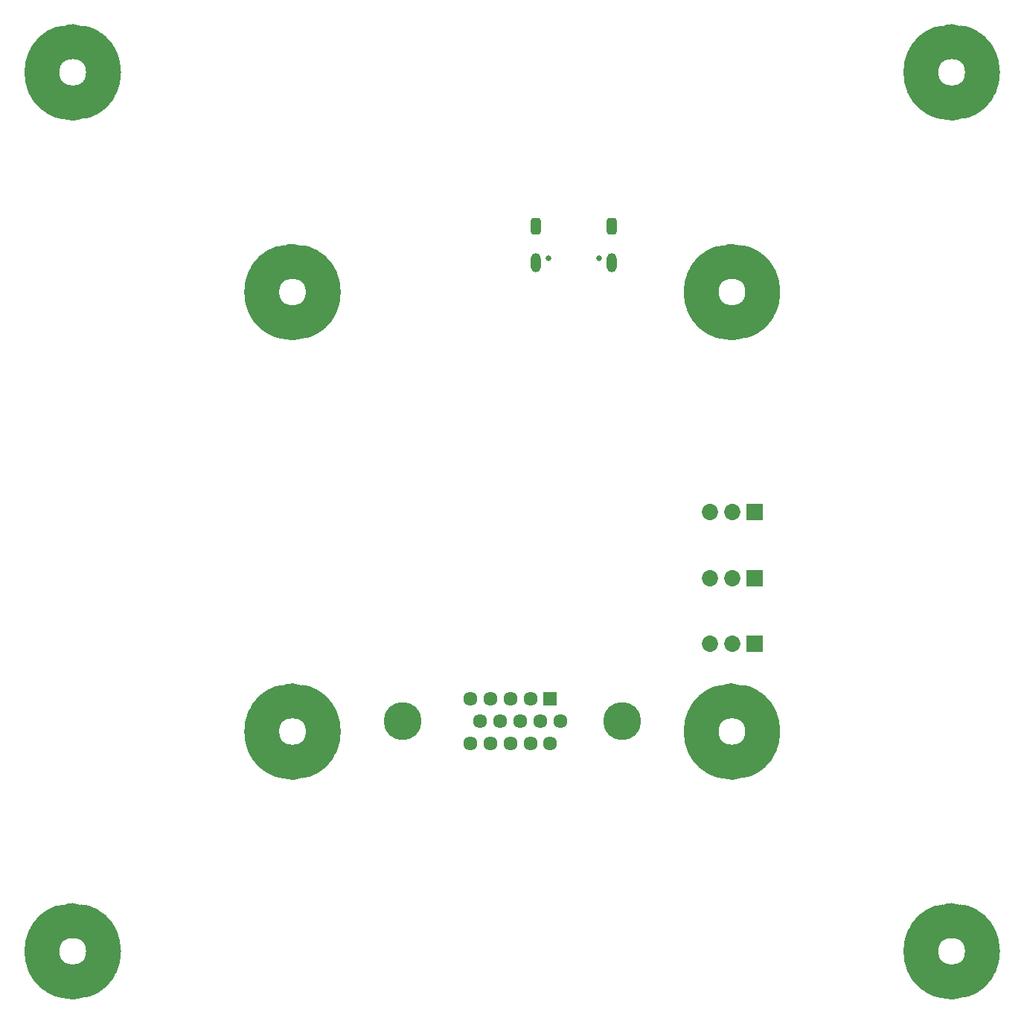
<source format=gbs>
G04*
G04 #@! TF.GenerationSoftware,Altium Limited,Altium Designer,22.2.1 (43)*
G04*
G04 Layer_Color=16711935*
%FSLAX25Y25*%
%MOIN*%
G70*
G04*
G04 #@! TF.SameCoordinates,9388D860-640C-4D59-96FC-9271E4276608*
G04*
G04*
G04 #@! TF.FilePolarity,Negative*
G04*
G01*
G75*
%ADD39C,0.15748*%
%ADD61C,0.07290*%
%ADD62R,0.07290X0.07290*%
%ADD63C,0.06337*%
%ADD64C,0.16998*%
%ADD65R,0.06337X0.06337*%
G04:AMPARAMS|DCode=66|XSize=74.87mil|YSize=43.37mil|CornerRadius=11.84mil|HoleSize=0mil|Usage=FLASHONLY|Rotation=270.000|XOffset=0mil|YOffset=0mil|HoleType=Round|Shape=RoundedRectangle|*
%AMROUNDEDRECTD66*
21,1,0.07487,0.01968,0,0,270.0*
21,1,0.05118,0.04337,0,0,270.0*
1,1,0.02368,-0.00984,-0.02559*
1,1,0.02368,-0.00984,0.02559*
1,1,0.02368,0.00984,0.02559*
1,1,0.02368,0.00984,-0.02559*
%
%ADD66ROUNDEDRECTD66*%
%ADD67O,0.04337X0.08668*%
%ADD68C,0.02677*%
D39*
X210531Y-196850D02*
G03*
X210531Y-196850I-13780J0D01*
G01*
X-183169D02*
G03*
X-183169Y-196850I-13780J0D01*
G01*
Y196850D02*
G03*
X-183169Y196850I-13780J0D01*
G01*
X210531D02*
G03*
X210531Y196850I-13780J0D01*
G01*
X112106Y-98425D02*
G03*
X112106Y-98425I-13780J0D01*
G01*
X-84744D02*
G03*
X-84744Y-98425I-13780J0D01*
G01*
Y98425D02*
G03*
X-84744Y98425I-13780J0D01*
G01*
X112106D02*
G03*
X112106Y98425I-13780J0D01*
G01*
D61*
X88425Y0D02*
D03*
X98425D02*
D03*
Y-59252D02*
D03*
X88425D02*
D03*
X98425Y-29626D02*
D03*
X88425D02*
D03*
D62*
X108425Y0D02*
D03*
Y-59252D02*
D03*
Y-29626D02*
D03*
D63*
X-18937Y-103839D02*
D03*
X-9961D02*
D03*
X-984D02*
D03*
X7992D02*
D03*
X16969D02*
D03*
X-14449Y-93839D02*
D03*
X-5472D02*
D03*
X3504D02*
D03*
X12480D02*
D03*
X21457D02*
D03*
X-18937Y-83839D02*
D03*
X-9961D02*
D03*
X-984D02*
D03*
X7992D02*
D03*
D64*
X49213Y-93839D02*
D03*
X-49173D02*
D03*
D65*
X16969Y-83839D02*
D03*
D66*
X44370Y127953D02*
D03*
X10354D02*
D03*
D67*
X44370Y111496D02*
D03*
X10354D02*
D03*
D68*
X15984Y113465D02*
D03*
X38740D02*
D03*
M02*

</source>
